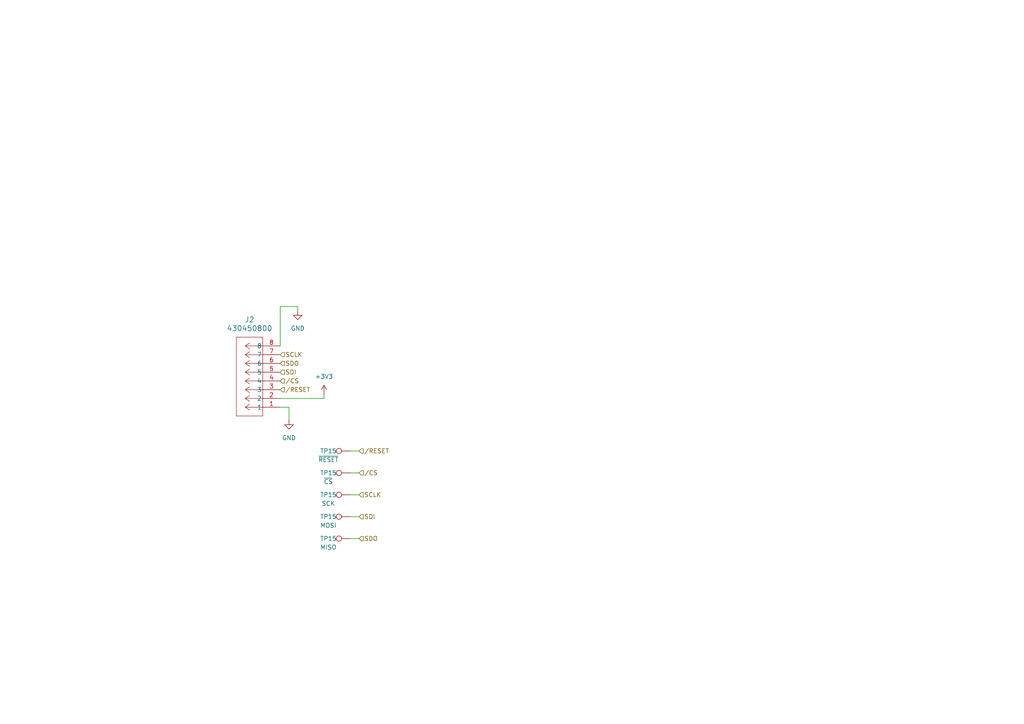
<source format=kicad_sch>
(kicad_sch (version 20250114) (generator "eeschema") (generator_version "9.0")
  (paper "A4")
  (lib_symbols
    (symbol "Connector:TestPoint" (pin_numbers (hide yes)) (pin_names (offset 0.762) (hide yes))
      (property "Reference" "TP" (at 0 6.858 0))
      (property "Value" "TestPoint" (at 0 5.08 0))
      (symbol "TestPoint_0_1"
        (circle (center 0 3.302) (radius 0.762))
      )
      (symbol "TestPoint_1_1"
        (pin passive line (at 0 0 90) (length 2.54) (name "1") (number "1"))
      )
    )
    (symbol "WaterBlaster:430450800" (pin_names (offset 0.254))
      (property "Reference" "J" (at 8.89 6.35 0))
      (property "Value" "430450800" (at -1.27 3.81 0))
      (symbol "430450800_1_1"
        (polyline (pts (xy 5.08 2.54) (xy 5.08 -20.32)) (stroke (width 0.127)))
        (polyline (pts (xy 5.08 -20.32) (xy 12.7 -20.32)) (stroke (width 0.127)))
        (polyline (pts (xy 10.16 0) (xy 5.08 0)) (stroke (width 0.127)))
        (polyline (pts (xy 10.16 0) (xy 8.89 0.8467)) (stroke (width 0.127)))
        (polyline (pts (xy 10.16 0) (xy 8.89 -0.8467)) (stroke (width 0.127)))
        (polyline (pts (xy 10.16 -2.54) (xy 5.08 -2.54)) (stroke (width 0.127)))
        (polyline (pts (xy 10.16 -2.54) (xy 8.89 -1.6933)) (stroke (width 0.127)))
        (polyline (pts (xy 10.16 -2.54) (xy 8.89 -3.3867)) (stroke (width 0.127)))
        (polyline (pts (xy 10.16 -5.08) (xy 5.08 -5.08)) (stroke (width 0.127)))
        (polyline (pts (xy 10.16 -5.08) (xy 8.89 -4.2333)) (stroke (width 0.127)))
        (polyline (pts (xy 10.16 -5.08) (xy 8.89 -5.9267)) (stroke (width 0.127)))
        (polyline (pts (xy 10.16 -7.62) (xy 5.08 -7.62)) (stroke (width 0.127)))
        (polyline (pts (xy 10.16 -7.62) (xy 8.89 -6.7733)) (stroke (width 0.127)))
        (polyline (pts (xy 10.16 -7.62) (xy 8.89 -8.4667)) (stroke (width 0.127)))
        (polyline (pts (xy 10.16 -10.16) (xy 5.08 -10.16)) (stroke (width 0.127)))
        (polyline (pts (xy 10.16 -10.16) (xy 8.89 -9.3133)) (stroke (width 0.127)))
        (polyline (pts (xy 10.16 -10.16) (xy 8.89 -11.0067)) (stroke (width 0.127)))
        (polyline (pts (xy 10.16 -12.7) (xy 5.08 -12.7)) (stroke (width 0.127)))
        (polyline (pts (xy 10.16 -12.7) (xy 8.89 -11.8533)) (stroke (width 0.127)))
        (polyline (pts (xy 10.16 -12.7) (xy 8.89 -13.5467)) (stroke (width 0.127)))
        (polyline (pts (xy 10.16 -15.24) (xy 5.08 -15.24)) (stroke (width 0.127)))
        (polyline (pts (xy 10.16 -15.24) (xy 8.89 -14.3933)) (stroke (width 0.127)))
        (polyline (pts (xy 10.16 -15.24) (xy 8.89 -16.0867)) (stroke (width 0.127)))
        (polyline (pts (xy 10.16 -17.78) (xy 5.08 -17.78)) (stroke (width 0.127)))
        (polyline (pts (xy 10.16 -17.78) (xy 8.89 -16.9333)) (stroke (width 0.127)))
        (polyline (pts (xy 10.16 -17.78) (xy 8.89 -18.6267)) (stroke (width 0.127)))
        (polyline (pts (xy 12.7 2.54) (xy 5.08 2.54)) (stroke (width 0.127)))
        (polyline (pts (xy 12.7 -20.32) (xy 12.7 2.54)) (stroke (width 0.127)))
        (pin passive line (at 0 0 0) (length 5.08) (name "1") (number "1"))
        (pin passive line (at 0 -2.54 0) (length 5.08) (name "2") (number "2"))
        (pin passive line (at 0 -5.08 0) (length 5.08) (name "3") (number "3"))
        (pin passive line (at 0 -7.62 0) (length 5.08) (name "4") (number "4"))
        (pin passive line (at 0 -10.16 0) (length 5.08) (name "5") (number "5"))
        (pin passive line (at 0 -12.7 0) (length 5.08) (name "6") (number "6"))
        (pin passive line (at 0 -15.24 0) (length 5.08) (name "7") (number "7"))
        (pin passive line (at 0 -17.78 0) (length 5.08) (name "8") (number "8"))
      )
      (symbol "430450800_1_2"
        (polyline (pts (xy 5.08 2.54) (xy 5.08 -20.32)) (stroke (width 0.127)))
        (polyline (pts (xy 5.08 -20.32) (xy 12.7 -20.32)) (stroke (width 0.127)))
        (polyline (pts (xy 7.62 0) (xy 5.08 0)) (stroke (width 0.127)))
        (polyline (pts (xy 7.62 0) (xy 8.89 0.8467)) (stroke (width 0.127)))
        (polyline (pts (xy 7.62 0) (xy 8.89 -0.8467)) (stroke (width 0.127)))
        (polyline (pts (xy 7.62 -2.54) (xy 5.08 -2.54)) (stroke (width 0.127)))
        (polyline (pts (xy 7.62 -2.54) (xy 8.89 -1.6933)) (stroke (width 0.127)))
        (polyline (pts (xy 7.62 -2.54) (xy 8.89 -3.3867)) (stroke (width 0.127)))
        (polyline (pts (xy 7.62 -5.08) (xy 5.08 -5.08)) (stroke (width 0.127)))
        (polyline (pts (xy 7.62 -5.08) (xy 8.89 -4.2333)) (stroke (width 0.127)))
        (polyline (pts (xy 7.62 -5.08) (xy 8.89 -5.9267)) (stroke (width 0.127)))
        (polyline (pts (xy 7.62 -7.62) (xy 5.08 -7.62)) (stroke (width 0.127)))
        (polyline (pts (xy 7.62 -7.62) (xy 8.89 -6.7733)) (stroke (width 0.127)))
        (polyline (pts (xy 7.62 -7.62) (xy 8.89 -8.4667)) (stroke (width 0.127)))
        (polyline (pts (xy 7.62 -10.16) (xy 5.08 -10.16)) (stroke (width 0.127)))
        (polyline (pts (xy 7.62 -10.16) (xy 8.89 -9.3133)) (stroke (width 0.127)))
        (polyline (pts (xy 7.62 -10.16) (xy 8.89 -11.0067)) (stroke (width 0.127)))
        (polyline (pts (xy 7.62 -12.7) (xy 5.08 -12.7)) (stroke (width 0.127)))
        (polyline (pts (xy 7.62 -12.7) (xy 8.89 -11.8533)) (stroke (width 0.127)))
        (polyline (pts (xy 7.62 -12.7) (xy 8.89 -13.5467)) (stroke (width 0.127)))
        (polyline (pts (xy 7.62 -15.24) (xy 5.08 -15.24)) (stroke (width 0.127)))
        (polyline (pts (xy 7.62 -15.24) (xy 8.89 -14.3933)) (stroke (width 0.127)))
        (polyline (pts (xy 7.62 -15.24) (xy 8.89 -16.0867)) (stroke (width 0.127)))
        (polyline (pts (xy 7.62 -17.78) (xy 5.08 -17.78)) (stroke (width 0.127)))
        (polyline (pts (xy 7.62 -17.78) (xy 8.89 -16.9333)) (stroke (width 0.127)))
        (polyline (pts (xy 7.62 -17.78) (xy 8.89 -18.6267)) (stroke (width 0.127)))
        (polyline (pts (xy 12.7 2.54) (xy 5.08 2.54)) (stroke (width 0.127)))
        (polyline (pts (xy 12.7 -20.32) (xy 12.7 2.54)) (stroke (width 0.127)))
        (pin unspecified line (at 0 0 0) (length 5.08) (name "1") (number "1"))
        (pin unspecified line (at 0 -2.54 0) (length 5.08) (name "2") (number "2"))
        (pin unspecified line (at 0 -5.08 0) (length 5.08) (name "3") (number "3"))
        (pin unspecified line (at 0 -7.62 0) (length 5.08) (name "4") (number "4"))
        (pin unspecified line (at 0 -10.16 0) (length 5.08) (name "5") (number "5"))
        (pin unspecified line (at 0 -12.7 0) (length 5.08) (name "6") (number "6"))
        (pin unspecified line (at 0 -15.24 0) (length 5.08) (name "7") (number "7"))
        (pin unspecified line (at 0 -17.78 0) (length 5.08) (name "8") (number "8"))
      )
    )
    (symbol "power:+3V3" (power) (pin_numbers (hide yes)) (pin_names (offset 0) (hide yes))
      (property "Value" "+3V3" (at 0 3.556 0))
      (symbol "+3V3_0_1"
        (polyline (pts (xy -0.762 1.27) (xy 0 2.54)))
        (polyline (pts (xy 0 2.54) (xy 0.762 1.27)))
        (polyline (pts (xy 0 0) (xy 0 2.54)))
      )
      (symbol "+3V3_1_1"
        (pin power_in line (at 0 0 90) (length 0) (name "~") (number "1"))
      )
    )
    (symbol "power:GND" (power) (pin_numbers (hide yes)) (pin_names (offset 0) (hide yes))
      (property "Value" "GND" (at 0 -3.81 0))
      (symbol "GND_0_1"
        (polyline (pts (xy 0 0) (xy 0 -1.27) (xy 1.27 -1.27) (xy 0 -2.54) (xy -1.27 -1.27) (xy 0 -1.27)))
      )
      (symbol "GND_1_1"
        (pin power_in line (at 0 0 270) (length 0) (name "~") (number "1"))
      )
    )
  )
  (wire (pts (xy 81.28 88.9) (xy 81.28 100.33)))
  (wire (pts (xy 81.28 118.11) (xy 83.82 118.11)))
  (wire (pts (xy 101.6 137.16) (xy 104.14 137.16)))
  (wire (pts (xy 83.82 118.11) (xy 83.82 121.92)))
  (wire (pts (xy 101.6 149.86) (xy 104.14 149.86)))
  (wire (pts (xy 101.6 143.51) (xy 104.14 143.51)))
  (wire (pts (xy 81.28 88.9) (xy 86.36 88.9)))
  (wire (pts (xy 101.6 156.21) (xy 104.14 156.21)))
  (wire (pts (xy 93.98 114.3) (xy 93.98 115.57)))
  (wire (pts (xy 86.36 88.9) (xy 86.36 90.17)))
  (wire (pts (xy 101.6 130.81) (xy 104.14 130.81)))
  (wire (pts (xy 93.98 115.57) (xy 81.28 115.57)))
  (hierarchical_label "SCLK" (shape input) (at 104.14 143.51 0))
  (hierarchical_label "{slash}CS" (shape input) (at 81.28 110.49 0))
  (hierarchical_label "SDI" (shape input) (at 104.14 149.86 0))
  (hierarchical_label "SDO" (shape input) (at 81.28 105.41 0))
  (hierarchical_label "SCLK" (shape input) (at 81.28 102.87 0))
  (hierarchical_label "{slash}CS" (shape input) (at 104.14 137.16 0))
  (hierarchical_label "SDI" (shape input) (at 81.28 107.95 0))
  (hierarchical_label "{slash}RESET" (shape input) (at 104.14 130.81 0))
  (hierarchical_label "SDO" (shape input) (at 104.14 156.21 0))
  (hierarchical_label "{slash}RESET" (shape input) (at 81.28 113.03 0))
  (symbol (lib_id "Connector:TestPoint") (at 101.6 149.86 90) (unit 1)
    (property "Reference" "TP6" (at 95.25 149.86 90))
    (property "Value" "MOSI" (at 95.25 152.4 90))
    (property "Footprint" "TestPoint:TestPoint_THTPad_D1.0mm_Drill0.5mm" (effects (hide yes)))
    (property "Note" "GND" (effects (hide yes)))
    (property "DNP" "DNP" (effects (hide yes)))
    (instances (project "CANalyzer_v4.0" (path "" (reference "TP15") (unit 1))) (project "WaterBlasterV2" (path "" (reference "TP6") (unit 1))) (project "CANalyzer_v3.0" (path "" (reference "TP16") (unit 1))))
  )
  (symbol (lib_id "power:GND") (at 83.82 121.92 0) (unit 1)
    (property "Reference" "#PWR010" (effects (hide yes)))
    (property "Value" "GND" (at 83.82 127 0))
  )
  (symbol (lib_id "Connector:TestPoint") (at 101.6 156.21 90) (unit 1)
    (property "Reference" "TP7" (at 95.25 156.21 90))
    (property "Value" "MISO" (at 95.25 158.75 90))
    (property "Footprint" "TestPoint:TestPoint_THTPad_D1.0mm_Drill0.5mm" (effects (hide yes)))
    (property "Note" "GND" (effects (hide yes)))
    (property "DNP" "DNP" (effects (hide yes)))
    (instances (project "CANalyzer_v4.0" (path "" (reference "TP15") (unit 1))) (project "WaterBlasterV2" (path "" (reference "TP7") (unit 1))) (project "CANalyzer_v3.0" (path "" (reference "TP16") (unit 1))))
  )
  (symbol (lib_id "Connector:TestPoint") (at 101.6 130.81 90) (unit 1)
    (property "Reference" "TP3" (at 95.25 130.81 90))
    (property "Value" "~{RESET}" (at 95.25 133.35 90))
    (property "Footprint" "TestPoint:TestPoint_THTPad_D1.0mm_Drill0.5mm" (effects (hide yes)))
    (property "Note" "GND" (effects (hide yes)))
    (property "DNP" "DNP" (effects (hide yes)))
    (instances (project "CANalyzer_v4.0" (path "" (reference "TP15") (unit 1))) (project "WaterBlasterV2" (path "" (reference "TP3") (unit 1))) (project "CANalyzer_v3.0" (path "" (reference "TP16") (unit 1))))
  )
  (symbol (lib_id "power:GND") (at 86.36 90.17 0) (unit 1)
    (property "Reference" "#PWR011" (effects (hide yes)))
    (property "Value" "GND" (at 86.36 95.25 0))
  )
  (symbol (lib_id "Connector:TestPoint") (at 101.6 137.16 90) (unit 1)
    (property "Reference" "TP4" (at 95.25 137.16 90))
    (property "Value" "~{CS}" (at 95.25 139.7 90))
    (property "Footprint" "TestPoint:TestPoint_THTPad_D1.0mm_Drill0.5mm" (effects (hide yes)))
    (property "Note" "GND" (effects (hide yes)))
    (property "DNP" "DNP" (effects (hide yes)))
    (instances (project "CANalyzer_v4.0" (path "" (reference "TP15") (unit 1))) (project "WaterBlasterV2" (path "" (reference "TP4") (unit 1))) (project "CANalyzer_v3.0" (path "" (reference "TP16") (unit 1))))
  )
  (symbol (lib_id "WaterBlaster:430450800") (at 81.28 118.11 180) (unit 1)
    (property "Reference" "J2" (at 72.39 92.71 0) (effects (font (size 1.524 1.524))))
    (property "Value" "430450800" (at 72.39 95.25 0) (effects (font (size 1.524 1.524))))
    (property "Footprint" "WaterBlaster:CON_430450800_MOL" (effects (hide yes)))
    (property "Datasheet" "430450800" (effects (hide yes)))
  )
  (symbol (lib_id "power:+3V3") (at 93.98 114.3 0) (unit 1)
    (property "Reference" "#PWR012" (effects (hide yes)))
    (property "Value" "+3V3" (at 93.98 109.22 0))
  )
  (symbol (lib_id "Connector:TestPoint") (at 101.6 143.51 90) (unit 1)
    (property "Reference" "TP5" (at 95.25 143.51 90))
    (property "Value" "SCK" (at 95.25 146.05 90))
    (property "Footprint" "TestPoint:TestPoint_THTPad_D1.0mm_Drill0.5mm" (effects (hide yes)))
    (property "Note" "GND" (effects (hide yes)))
    (property "DNP" "DNP" (effects (hide yes)))
    (instances (project "CANalyzer_v4.0" (path "" (reference "TP15") (unit 1))) (project "WaterBlasterV2" (path "" (reference "TP5") (unit 1))) (project "CANalyzer_v3.0" (path "" (reference "TP16") (unit 1))))
  )
)
</source>
